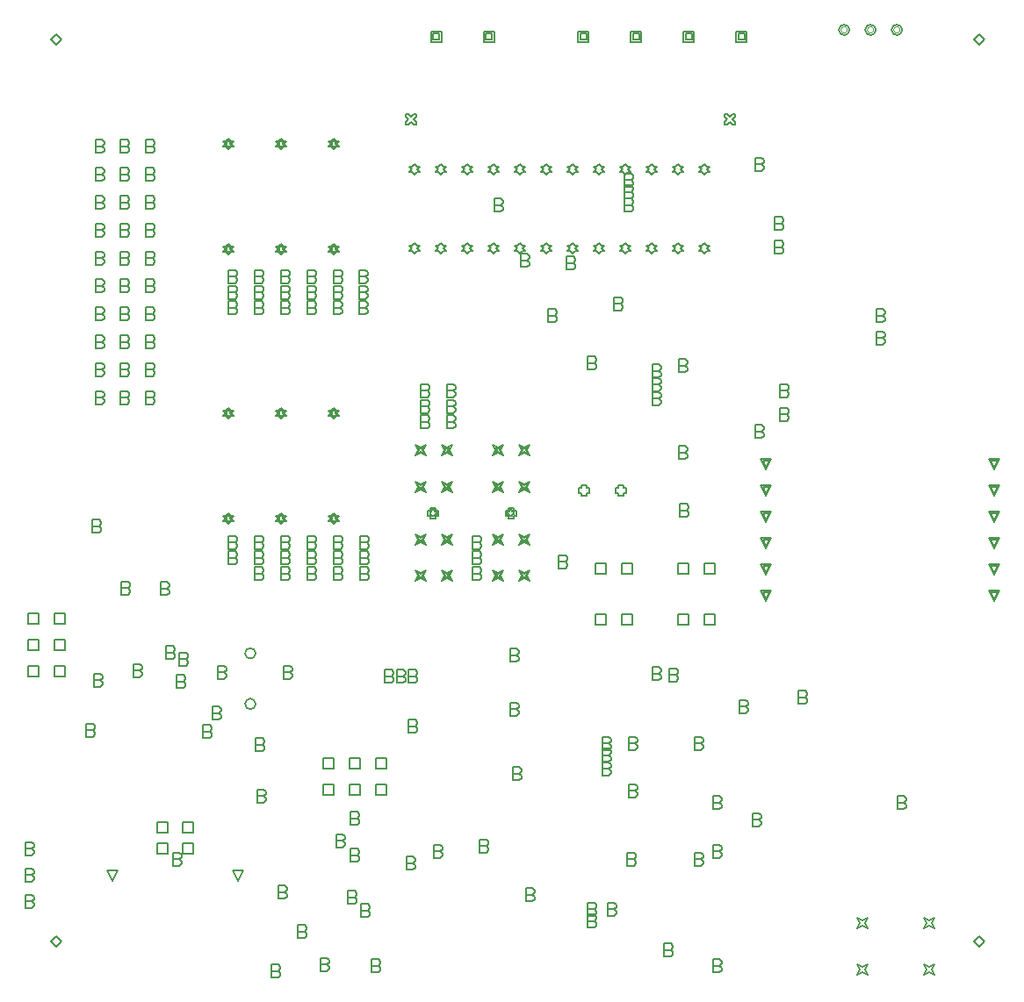
<source format=gbr>
%TF.GenerationSoftware,Altium Limited,Altium Designer,25.2.1 (25)*%
G04 Layer_Color=2752767*
%FSLAX43Y43*%
%MOMM*%
%TF.SameCoordinates,F5CB7E66-454E-439B-8716-0DC7987F3294*%
%TF.FilePolarity,Positive*%
%TF.FileFunction,Drawing*%
%TF.Part,Single*%
G01*
G75*
%TA.AperFunction,NonConductor*%
%ADD40C,0.102*%
%ADD75C,0.127*%
%ADD158C,0.169*%
D40*
X85871Y92456D02*
G03*
X85871Y92456I-305J0D01*
G01*
X83331D02*
G03*
X83331Y92456I-305J0D01*
G01*
X80791D02*
G03*
X80791Y92456I-305J0D01*
G01*
D75*
X56492Y39992D02*
Y41008D01*
X57508D01*
Y39992D01*
X56492D01*
X59032D02*
Y41008D01*
X60048D01*
Y39992D01*
X59032D01*
X67032Y39992D02*
Y41008D01*
X68048D01*
Y39992D01*
X67032D01*
X64492D02*
Y41008D01*
X65508D01*
Y39992D01*
X64492D01*
X56492Y35052D02*
Y36068D01*
X57508D01*
Y35052D01*
X56492D01*
X59032D02*
Y36068D01*
X60048D01*
Y35052D01*
X59032D01*
X64492D02*
Y36068D01*
X65508D01*
Y35052D01*
X64492D01*
X67032D02*
Y36068D01*
X68048D01*
Y35052D01*
X67032D01*
X41656Y51379D02*
X41910Y51887D01*
X41656Y52395D01*
X42164Y52141D01*
X42672Y52395D01*
X42418Y51887D01*
X42672Y51379D01*
X42164Y51633D01*
X41656Y51379D01*
X41859Y51582D02*
X42012Y51887D01*
X41859Y52192D01*
X42164Y52039D01*
X42469Y52192D01*
X42316Y51887D01*
X42469Y51582D01*
X42164Y51735D01*
X41859Y51582D01*
X39156Y51379D02*
X39410Y51887D01*
X39156Y52395D01*
X39664Y52141D01*
X40172Y52395D01*
X39918Y51887D01*
X40172Y51379D01*
X39664Y51633D01*
X39156Y51379D01*
X39359Y51582D02*
X39512Y51887D01*
X39359Y52192D01*
X39664Y52039D01*
X39969Y52192D01*
X39816Y51887D01*
X39969Y51582D01*
X39664Y51735D01*
X39359Y51582D01*
X41656Y47879D02*
X41910Y48387D01*
X41656Y48895D01*
X42164Y48641D01*
X42672Y48895D01*
X42418Y48387D01*
X42672Y47879D01*
X42164Y48133D01*
X41656Y47879D01*
X41859Y48082D02*
X42012Y48387D01*
X41859Y48692D01*
X42164Y48539D01*
X42469Y48692D01*
X42316Y48387D01*
X42469Y48082D01*
X42164Y48235D01*
X41859Y48082D01*
X39156Y47879D02*
X39410Y48387D01*
X39156Y48895D01*
X39664Y48641D01*
X40172Y48895D01*
X39918Y48387D01*
X40172Y47879D01*
X39664Y48133D01*
X39156Y47879D01*
X39359Y48082D02*
X39512Y48387D01*
X39359Y48692D01*
X39664Y48539D01*
X39969Y48692D01*
X39816Y48387D01*
X39969Y48082D01*
X39664Y48235D01*
X39359Y48082D01*
X41656Y42799D02*
X41910Y43307D01*
X41656Y43815D01*
X42164Y43561D01*
X42672Y43815D01*
X42418Y43307D01*
X42672Y42799D01*
X42164Y43053D01*
X41656Y42799D01*
X41859Y43002D02*
X42012Y43307D01*
X41859Y43612D01*
X42164Y43459D01*
X42469Y43612D01*
X42316Y43307D01*
X42469Y43002D01*
X42164Y43155D01*
X41859Y43002D01*
X39156Y42799D02*
X39410Y43307D01*
X39156Y43815D01*
X39664Y43561D01*
X40172Y43815D01*
X39918Y43307D01*
X40172Y42799D01*
X39664Y43053D01*
X39156Y42799D01*
X39359Y43002D02*
X39512Y43307D01*
X39359Y43612D01*
X39664Y43459D01*
X39969Y43612D01*
X39816Y43307D01*
X39969Y43002D01*
X39664Y43155D01*
X39359Y43002D01*
X41656Y39299D02*
X41910Y39807D01*
X41656Y40315D01*
X42164Y40061D01*
X42672Y40315D01*
X42418Y39807D01*
X42672Y39299D01*
X42164Y39553D01*
X41656Y39299D01*
X41859Y39502D02*
X42012Y39807D01*
X41859Y40112D01*
X42164Y39959D01*
X42469Y40112D01*
X42316Y39807D01*
X42469Y39502D01*
X42164Y39655D01*
X41859Y39502D01*
X39156Y39299D02*
X39410Y39807D01*
X39156Y40315D01*
X39664Y40061D01*
X40172Y40315D01*
X39918Y39807D01*
X40172Y39299D01*
X39664Y39553D01*
X39156Y39299D01*
X39359Y39502D02*
X39512Y39807D01*
X39359Y40112D01*
X39664Y39959D01*
X39969Y40112D01*
X39816Y39807D01*
X39969Y39502D01*
X39664Y39655D01*
X39359Y39502D01*
X40615Y45593D02*
Y45339D01*
X41123D01*
Y45593D01*
X41377D01*
Y46101D01*
X41123D01*
Y46355D01*
X40615D01*
Y46101D01*
X40361D01*
Y45593D01*
X40615D01*
X40717Y45695D02*
Y45542D01*
X41021D01*
Y45695D01*
X41174D01*
Y45999D01*
X41021D01*
Y46152D01*
X40717D01*
Y45999D01*
X40564D01*
Y45695D01*
X40717D01*
X48101Y45593D02*
Y45339D01*
X48609D01*
Y45593D01*
X48863D01*
Y46101D01*
X48609D01*
Y46355D01*
X48101D01*
Y46101D01*
X47847D01*
Y45593D01*
X48101D01*
X48203Y45695D02*
Y45542D01*
X48507D01*
Y45695D01*
X48660D01*
Y45999D01*
X48507D01*
Y46152D01*
X48203D01*
Y45999D01*
X48050D01*
Y45695D01*
X48203D01*
X46642Y39299D02*
X46896Y39807D01*
X46642Y40315D01*
X47150Y40061D01*
X47658Y40315D01*
X47404Y39807D01*
X47658Y39299D01*
X47150Y39553D01*
X46642Y39299D01*
X46845Y39502D02*
X46998Y39807D01*
X46845Y40112D01*
X47150Y39959D01*
X47455Y40112D01*
X47302Y39807D01*
X47455Y39502D01*
X47150Y39655D01*
X46845Y39502D01*
X49142Y39299D02*
X49396Y39807D01*
X49142Y40315D01*
X49650Y40061D01*
X50158Y40315D01*
X49904Y39807D01*
X50158Y39299D01*
X49650Y39553D01*
X49142Y39299D01*
X49345Y39502D02*
X49498Y39807D01*
X49345Y40112D01*
X49650Y39959D01*
X49955Y40112D01*
X49802Y39807D01*
X49955Y39502D01*
X49650Y39655D01*
X49345Y39502D01*
X46642Y42799D02*
X46896Y43307D01*
X46642Y43815D01*
X47150Y43561D01*
X47658Y43815D01*
X47404Y43307D01*
X47658Y42799D01*
X47150Y43053D01*
X46642Y42799D01*
X46845Y43002D02*
X46998Y43307D01*
X46845Y43612D01*
X47150Y43459D01*
X47455Y43612D01*
X47302Y43307D01*
X47455Y43002D01*
X47150Y43155D01*
X46845Y43002D01*
X49142Y42799D02*
X49396Y43307D01*
X49142Y43815D01*
X49650Y43561D01*
X50158Y43815D01*
X49904Y43307D01*
X50158Y42799D01*
X49650Y43053D01*
X49142Y42799D01*
X49345Y43002D02*
X49498Y43307D01*
X49345Y43612D01*
X49650Y43459D01*
X49955Y43612D01*
X49802Y43307D01*
X49955Y43002D01*
X49650Y43155D01*
X49345Y43002D01*
X46642Y47879D02*
X46896Y48387D01*
X46642Y48895D01*
X47150Y48641D01*
X47658Y48895D01*
X47404Y48387D01*
X47658Y47879D01*
X47150Y48133D01*
X46642Y47879D01*
X46845Y48082D02*
X46998Y48387D01*
X46845Y48692D01*
X47150Y48539D01*
X47455Y48692D01*
X47302Y48387D01*
X47455Y48082D01*
X47150Y48235D01*
X46845Y48082D01*
X49142Y47879D02*
X49396Y48387D01*
X49142Y48895D01*
X49650Y48641D01*
X50158Y48895D01*
X49904Y48387D01*
X50158Y47879D01*
X49650Y48133D01*
X49142Y47879D01*
X49345Y48082D02*
X49498Y48387D01*
X49345Y48692D01*
X49650Y48539D01*
X49955Y48692D01*
X49802Y48387D01*
X49955Y48082D01*
X49650Y48235D01*
X49345Y48082D01*
X46642Y51379D02*
X46896Y51887D01*
X46642Y52395D01*
X47150Y52141D01*
X47658Y52395D01*
X47404Y51887D01*
X47658Y51379D01*
X47150Y51633D01*
X46642Y51379D01*
X46845Y51582D02*
X46998Y51887D01*
X46845Y52192D01*
X47150Y52039D01*
X47455Y52192D01*
X47302Y51887D01*
X47455Y51582D01*
X47150Y51735D01*
X46845Y51582D01*
X49142Y51379D02*
X49396Y51887D01*
X49142Y52395D01*
X49650Y52141D01*
X50158Y52395D01*
X49904Y51887D01*
X50158Y51379D01*
X49650Y51633D01*
X49142Y51379D01*
X49345Y51582D02*
X49498Y51887D01*
X49345Y52192D01*
X49650Y52039D01*
X49955Y52192D01*
X49802Y51887D01*
X49955Y51582D01*
X49650Y51735D01*
X49345Y51582D01*
X14242Y14992D02*
Y16008D01*
X15258D01*
Y14992D01*
X14242D01*
X16742D02*
Y16008D01*
X17758D01*
Y14992D01*
X16742D01*
Y12992D02*
Y14008D01*
X17758D01*
Y12992D01*
X16742D01*
X14242D02*
Y14008D01*
X15258D01*
Y12992D01*
X14242D01*
X22020Y10292D02*
X21512Y11308D01*
X22528D01*
X22020Y10292D01*
X9980D02*
X9472Y11308D01*
X10488D01*
X9980Y10292D01*
X81713Y1234D02*
X81967Y1742D01*
X81713Y2250D01*
X82221Y1996D01*
X82729Y2250D01*
X82475Y1742D01*
X82729Y1234D01*
X82221Y1488D01*
X81713Y1234D01*
X88213D02*
X88467Y1742D01*
X88213Y2250D01*
X88721Y1996D01*
X89229Y2250D01*
X88975Y1742D01*
X89229Y1234D01*
X88721Y1488D01*
X88213Y1234D01*
X81713Y5734D02*
X81967Y6242D01*
X81713Y6750D01*
X82221Y6496D01*
X82729Y6750D01*
X82475Y6242D01*
X82729Y5734D01*
X82221Y5988D01*
X81713Y5734D01*
X88213D02*
X88467Y6242D01*
X88213Y6750D01*
X88721Y6496D01*
X89229Y6750D01*
X88975Y6242D01*
X89229Y5734D01*
X88721Y5988D01*
X88213Y5734D01*
X72947Y42418D02*
X72439Y43434D01*
X73455D01*
X72947Y42418D01*
Y42621D02*
X72642Y43231D01*
X73252D01*
X72947Y42621D01*
X94947Y50038D02*
X94439Y51054D01*
X95455D01*
X94947Y50038D01*
Y50241D02*
X94642Y50851D01*
X95252D01*
X94947Y50241D01*
Y47498D02*
X94439Y48514D01*
X95455D01*
X94947Y47498D01*
Y47701D02*
X94642Y48311D01*
X95252D01*
X94947Y47701D01*
Y44958D02*
X94439Y45974D01*
X95455D01*
X94947Y44958D01*
Y45161D02*
X94642Y45771D01*
X95252D01*
X94947Y45161D01*
Y42418D02*
X94439Y43434D01*
X95455D01*
X94947Y42418D01*
Y42621D02*
X94642Y43231D01*
X95252D01*
X94947Y42621D01*
Y39878D02*
X94439Y40894D01*
X95455D01*
X94947Y39878D01*
Y40081D02*
X94642Y40691D01*
X95252D01*
X94947Y40081D01*
Y37338D02*
X94439Y38354D01*
X95455D01*
X94947Y37338D01*
Y37541D02*
X94642Y38151D01*
X95252D01*
X94947Y37541D01*
X72947Y50038D02*
X72439Y51054D01*
X73455D01*
X72947Y50038D01*
Y50241D02*
X72642Y50851D01*
X73252D01*
X72947Y50241D01*
Y47498D02*
X72439Y48514D01*
X73455D01*
X72947Y47498D01*
Y47701D02*
X72642Y48311D01*
X73252D01*
X72947Y47701D01*
Y44958D02*
X72439Y45974D01*
X73455D01*
X72947Y44958D01*
Y45161D02*
X72642Y45771D01*
X73252D01*
X72947Y45161D01*
Y39878D02*
X72439Y40894D01*
X73455D01*
X72947Y39878D01*
Y40081D02*
X72642Y40691D01*
X73252D01*
X72947Y40081D01*
Y37338D02*
X72439Y38354D01*
X73455D01*
X72947Y37338D01*
Y37541D02*
X72642Y38151D01*
X73252D01*
X72947Y37541D01*
X31300Y70792D02*
X31554Y71046D01*
X31808D01*
X31554Y71300D01*
X31808Y71554D01*
X31554D01*
X31300Y71808D01*
X31046Y71554D01*
X30792D01*
X31046Y71300D01*
X30792Y71046D01*
X31046D01*
X31300Y70792D01*
Y70995D02*
X31452Y71148D01*
X31605D01*
X31452Y71300D01*
X31605Y71452D01*
X31452D01*
X31300Y71605D01*
X31148Y71452D01*
X30995D01*
X31148Y71300D01*
X30995Y71148D01*
X31148D01*
X31300Y70995D01*
X26220Y70792D02*
X26474Y71046D01*
X26728D01*
X26474Y71300D01*
X26728Y71554D01*
X26474D01*
X26220Y71808D01*
X25966Y71554D01*
X25712D01*
X25966Y71300D01*
X25712Y71046D01*
X25966D01*
X26220Y70792D01*
Y70995D02*
X26372Y71148D01*
X26525D01*
X26372Y71300D01*
X26525Y71452D01*
X26372D01*
X26220Y71605D01*
X26068Y71452D01*
X25915D01*
X26068Y71300D01*
X25915Y71148D01*
X26068D01*
X26220Y70995D01*
X21140Y70792D02*
X21394Y71046D01*
X21648D01*
X21394Y71300D01*
X21648Y71554D01*
X21394D01*
X21140Y71808D01*
X20886Y71554D01*
X20632D01*
X20886Y71300D01*
X20632Y71046D01*
X20886D01*
X21140Y70792D01*
Y70995D02*
X21292Y71148D01*
X21445D01*
X21292Y71300D01*
X21445Y71452D01*
X21292D01*
X21140Y71605D01*
X20988Y71452D01*
X20835D01*
X20988Y71300D01*
X20835Y71148D01*
X20988D01*
X21140Y70995D01*
X31300Y80952D02*
X31554Y81206D01*
X31808D01*
X31554Y81460D01*
X31808Y81714D01*
X31554D01*
X31300Y81968D01*
X31046Y81714D01*
X30792D01*
X31046Y81460D01*
X30792Y81206D01*
X31046D01*
X31300Y80952D01*
Y81155D02*
X31452Y81308D01*
X31605D01*
X31452Y81460D01*
X31605Y81612D01*
X31452D01*
X31300Y81765D01*
X31148Y81612D01*
X30995D01*
X31148Y81460D01*
X30995Y81308D01*
X31148D01*
X31300Y81155D01*
X26220Y80952D02*
X26474Y81206D01*
X26728D01*
X26474Y81460D01*
X26728Y81714D01*
X26474D01*
X26220Y81968D01*
X25966Y81714D01*
X25712D01*
X25966Y81460D01*
X25712Y81206D01*
X25966D01*
X26220Y80952D01*
Y81155D02*
X26372Y81308D01*
X26525D01*
X26372Y81460D01*
X26525Y81612D01*
X26372D01*
X26220Y81765D01*
X26068Y81612D01*
X25915D01*
X26068Y81460D01*
X25915Y81308D01*
X26068D01*
X26220Y81155D01*
X21140Y80952D02*
X21394Y81206D01*
X21648D01*
X21394Y81460D01*
X21648Y81714D01*
X21394D01*
X21140Y81968D01*
X20886Y81714D01*
X20632D01*
X20886Y81460D01*
X20632Y81206D01*
X20886D01*
X21140Y80952D01*
Y81155D02*
X21292Y81308D01*
X21445D01*
X21292Y81460D01*
X21445Y81612D01*
X21292D01*
X21140Y81765D01*
X20988Y81612D01*
X20835D01*
X20988Y81460D01*
X20835Y81308D01*
X20988D01*
X21140Y81155D01*
X67000Y70866D02*
X67254Y71120D01*
X67508D01*
X67254Y71374D01*
X67508Y71628D01*
X67254D01*
X67000Y71882D01*
X66746Y71628D01*
X66492D01*
X66746Y71374D01*
X66492Y71120D01*
X66746D01*
X67000Y70866D01*
X64460D02*
X64714Y71120D01*
X64968D01*
X64714Y71374D01*
X64968Y71628D01*
X64714D01*
X64460Y71882D01*
X64206Y71628D01*
X63952D01*
X64206Y71374D01*
X63952Y71120D01*
X64206D01*
X64460Y70866D01*
X61920D02*
X62174Y71120D01*
X62428D01*
X62174Y71374D01*
X62428Y71628D01*
X62174D01*
X61920Y71882D01*
X61666Y71628D01*
X61412D01*
X61666Y71374D01*
X61412Y71120D01*
X61666D01*
X61920Y70866D01*
X59380D02*
X59634Y71120D01*
X59888D01*
X59634Y71374D01*
X59888Y71628D01*
X59634D01*
X59380Y71882D01*
X59126Y71628D01*
X58872D01*
X59126Y71374D01*
X58872Y71120D01*
X59126D01*
X59380Y70866D01*
X56840D02*
X57094Y71120D01*
X57348D01*
X57094Y71374D01*
X57348Y71628D01*
X57094D01*
X56840Y71882D01*
X56586Y71628D01*
X56332D01*
X56586Y71374D01*
X56332Y71120D01*
X56586D01*
X56840Y70866D01*
X54300D02*
X54554Y71120D01*
X54808D01*
X54554Y71374D01*
X54808Y71628D01*
X54554D01*
X54300Y71882D01*
X54046Y71628D01*
X53792D01*
X54046Y71374D01*
X53792Y71120D01*
X54046D01*
X54300Y70866D01*
X51760D02*
X52014Y71120D01*
X52268D01*
X52014Y71374D01*
X52268Y71628D01*
X52014D01*
X51760Y71882D01*
X51506Y71628D01*
X51252D01*
X51506Y71374D01*
X51252Y71120D01*
X51506D01*
X51760Y70866D01*
X49220D02*
X49474Y71120D01*
X49728D01*
X49474Y71374D01*
X49728Y71628D01*
X49474D01*
X49220Y71882D01*
X48966Y71628D01*
X48712D01*
X48966Y71374D01*
X48712Y71120D01*
X48966D01*
X49220Y70866D01*
X39060D02*
X39314Y71120D01*
X39568D01*
X39314Y71374D01*
X39568Y71628D01*
X39314D01*
X39060Y71882D01*
X38806Y71628D01*
X38552D01*
X38806Y71374D01*
X38552Y71120D01*
X38806D01*
X39060Y70866D01*
X41600D02*
X41854Y71120D01*
X42108D01*
X41854Y71374D01*
X42108Y71628D01*
X41854D01*
X41600Y71882D01*
X41346Y71628D01*
X41092D01*
X41346Y71374D01*
X41092Y71120D01*
X41346D01*
X41600Y70866D01*
X44140D02*
X44394Y71120D01*
X44648D01*
X44394Y71374D01*
X44648Y71628D01*
X44394D01*
X44140Y71882D01*
X43886Y71628D01*
X43632D01*
X43886Y71374D01*
X43632Y71120D01*
X43886D01*
X44140Y70866D01*
X46680D02*
X46934Y71120D01*
X47188D01*
X46934Y71374D01*
X47188Y71628D01*
X46934D01*
X46680Y71882D01*
X46426Y71628D01*
X46172D01*
X46426Y71374D01*
X46172Y71120D01*
X46426D01*
X46680Y70866D01*
X67000Y78486D02*
X67254Y78740D01*
X67508D01*
X67254Y78994D01*
X67508Y79248D01*
X67254D01*
X67000Y79502D01*
X66746Y79248D01*
X66492D01*
X66746Y78994D01*
X66492Y78740D01*
X66746D01*
X67000Y78486D01*
X64460D02*
X64714Y78740D01*
X64968D01*
X64714Y78994D01*
X64968Y79248D01*
X64714D01*
X64460Y79502D01*
X64206Y79248D01*
X63952D01*
X64206Y78994D01*
X63952Y78740D01*
X64206D01*
X64460Y78486D01*
X61920D02*
X62174Y78740D01*
X62428D01*
X62174Y78994D01*
X62428Y79248D01*
X62174D01*
X61920Y79502D01*
X61666Y79248D01*
X61412D01*
X61666Y78994D01*
X61412Y78740D01*
X61666D01*
X61920Y78486D01*
X59380D02*
X59634Y78740D01*
X59888D01*
X59634Y78994D01*
X59888Y79248D01*
X59634D01*
X59380Y79502D01*
X59126Y79248D01*
X58872D01*
X59126Y78994D01*
X58872Y78740D01*
X59126D01*
X59380Y78486D01*
X56840D02*
X57094Y78740D01*
X57348D01*
X57094Y78994D01*
X57348Y79248D01*
X57094D01*
X56840Y79502D01*
X56586Y79248D01*
X56332D01*
X56586Y78994D01*
X56332Y78740D01*
X56586D01*
X56840Y78486D01*
X54300D02*
X54554Y78740D01*
X54808D01*
X54554Y78994D01*
X54808Y79248D01*
X54554D01*
X54300Y79502D01*
X54046Y79248D01*
X53792D01*
X54046Y78994D01*
X53792Y78740D01*
X54046D01*
X54300Y78486D01*
X51760D02*
X52014Y78740D01*
X52268D01*
X52014Y78994D01*
X52268Y79248D01*
X52014D01*
X51760Y79502D01*
X51506Y79248D01*
X51252D01*
X51506Y78994D01*
X51252Y78740D01*
X51506D01*
X51760Y78486D01*
X49220D02*
X49474Y78740D01*
X49728D01*
X49474Y78994D01*
X49728Y79248D01*
X49474D01*
X49220Y79502D01*
X48966Y79248D01*
X48712D01*
X48966Y78994D01*
X48712Y78740D01*
X48966D01*
X49220Y78486D01*
X39060D02*
X39314Y78740D01*
X39568D01*
X39314Y78994D01*
X39568Y79248D01*
X39314D01*
X39060Y79502D01*
X38806Y79248D01*
X38552D01*
X38806Y78994D01*
X38552Y78740D01*
X38806D01*
X39060Y78486D01*
X41600D02*
X41854Y78740D01*
X42108D01*
X41854Y78994D01*
X42108Y79248D01*
X41854D01*
X41600Y79502D01*
X41346Y79248D01*
X41092D01*
X41346Y78994D01*
X41092Y78740D01*
X41346D01*
X41600Y78486D01*
X44140D02*
X44394Y78740D01*
X44648D01*
X44394Y78994D01*
X44648Y79248D01*
X44394D01*
X44140Y79502D01*
X43886Y79248D01*
X43632D01*
X43886Y78994D01*
X43632Y78740D01*
X43886D01*
X44140Y78486D01*
X46680D02*
X46934Y78740D01*
X47188D01*
X46934Y78994D01*
X47188Y79248D01*
X46934D01*
X46680Y79502D01*
X46426Y79248D01*
X46172D01*
X46426Y78994D01*
X46172Y78740D01*
X46426D01*
X46680Y78486D01*
X31300Y44792D02*
X31554Y45046D01*
X31808D01*
X31554Y45300D01*
X31808Y45554D01*
X31554D01*
X31300Y45808D01*
X31046Y45554D01*
X30792D01*
X31046Y45300D01*
X30792Y45046D01*
X31046D01*
X31300Y44792D01*
Y44995D02*
X31452Y45148D01*
X31605D01*
X31452Y45300D01*
X31605Y45452D01*
X31452D01*
X31300Y45605D01*
X31148Y45452D01*
X30995D01*
X31148Y45300D01*
X30995Y45148D01*
X31148D01*
X31300Y44995D01*
X26220Y44792D02*
X26474Y45046D01*
X26728D01*
X26474Y45300D01*
X26728Y45554D01*
X26474D01*
X26220Y45808D01*
X25966Y45554D01*
X25712D01*
X25966Y45300D01*
X25712Y45046D01*
X25966D01*
X26220Y44792D01*
Y44995D02*
X26372Y45148D01*
X26525D01*
X26372Y45300D01*
X26525Y45452D01*
X26372D01*
X26220Y45605D01*
X26068Y45452D01*
X25915D01*
X26068Y45300D01*
X25915Y45148D01*
X26068D01*
X26220Y44995D01*
X21140Y44792D02*
X21394Y45046D01*
X21648D01*
X21394Y45300D01*
X21648Y45554D01*
X21394D01*
X21140Y45808D01*
X20886Y45554D01*
X20632D01*
X20886Y45300D01*
X20632Y45046D01*
X20886D01*
X21140Y44792D01*
Y44995D02*
X21292Y45148D01*
X21445D01*
X21292Y45300D01*
X21445Y45452D01*
X21292D01*
X21140Y45605D01*
X20988Y45452D01*
X20835D01*
X20988Y45300D01*
X20835Y45148D01*
X20988D01*
X21140Y44995D01*
X31300Y54952D02*
X31554Y55206D01*
X31808D01*
X31554Y55460D01*
X31808Y55714D01*
X31554D01*
X31300Y55968D01*
X31046Y55714D01*
X30792D01*
X31046Y55460D01*
X30792Y55206D01*
X31046D01*
X31300Y54952D01*
Y55155D02*
X31452Y55308D01*
X31605D01*
X31452Y55460D01*
X31605Y55612D01*
X31452D01*
X31300Y55765D01*
X31148Y55612D01*
X30995D01*
X31148Y55460D01*
X30995Y55308D01*
X31148D01*
X31300Y55155D01*
X26220Y54952D02*
X26474Y55206D01*
X26728D01*
X26474Y55460D01*
X26728Y55714D01*
X26474D01*
X26220Y55968D01*
X25966Y55714D01*
X25712D01*
X25966Y55460D01*
X25712Y55206D01*
X25966D01*
X26220Y54952D01*
Y55155D02*
X26372Y55308D01*
X26525D01*
X26372Y55460D01*
X26525Y55612D01*
X26372D01*
X26220Y55765D01*
X26068Y55612D01*
X25915D01*
X26068Y55460D01*
X25915Y55308D01*
X26068D01*
X26220Y55155D01*
X21140Y54952D02*
X21394Y55206D01*
X21648D01*
X21394Y55460D01*
X21648Y55714D01*
X21394D01*
X21140Y55968D01*
X20886Y55714D01*
X20632D01*
X20886Y55460D01*
X20632Y55206D01*
X20886D01*
X21140Y54952D01*
Y55155D02*
X21292Y55308D01*
X21445D01*
X21292Y55460D01*
X21445Y55612D01*
X21292D01*
X21140Y55765D01*
X20988Y55612D01*
X20835D01*
X20988Y55460D01*
X20835Y55308D01*
X20988D01*
X21140Y55155D01*
X40640Y91313D02*
Y92329D01*
X41656D01*
Y91313D01*
X40640D01*
X40843Y91516D02*
Y92126D01*
X41453D01*
Y91516D01*
X40843D01*
X45720Y91313D02*
Y92329D01*
X46736D01*
Y91313D01*
X45720D01*
X45923Y91516D02*
Y92126D01*
X46533D01*
Y91516D01*
X45923D01*
X38255Y83312D02*
X38509D01*
X38763Y83566D01*
X39017Y83312D01*
X39271D01*
Y83566D01*
X39017Y83820D01*
X39271Y84074D01*
Y84328D01*
X39017D01*
X38763Y84074D01*
X38509Y84328D01*
X38255D01*
Y84074D01*
X38509Y83820D01*
X38255Y83566D01*
Y83312D01*
X68955D02*
X69209D01*
X69463Y83566D01*
X69717Y83312D01*
X69971D01*
Y83566D01*
X69717Y83820D01*
X69971Y84074D01*
Y84328D01*
X69717D01*
X69463Y84074D01*
X69209Y84328D01*
X68955D01*
Y84074D01*
X69209Y83820D01*
X68955Y83566D01*
Y83312D01*
X1778Y35179D02*
Y36195D01*
X2794D01*
Y35179D01*
X1778D01*
X4318D02*
Y36195D01*
X5334D01*
Y35179D01*
X4318D01*
X1778Y32639D02*
Y33655D01*
X2794D01*
Y32639D01*
X1778D01*
X4318D02*
Y33655D01*
X5334D01*
Y32639D01*
X4318D01*
X1778Y30099D02*
Y31115D01*
X2794D01*
Y30099D01*
X1778D01*
X4318D02*
Y31115D01*
X5334D01*
Y30099D01*
X4318D01*
X35306Y21209D02*
Y22225D01*
X36322D01*
Y21209D01*
X35306D01*
Y18669D02*
Y19685D01*
X36322D01*
Y18669D01*
X35306D01*
X32766Y21209D02*
Y22225D01*
X33782D01*
Y21209D01*
X32766D01*
Y18669D02*
Y19685D01*
X33782D01*
Y18669D01*
X32766D01*
X30226Y21209D02*
Y22225D01*
X31242D01*
Y21209D01*
X30226D01*
Y18669D02*
Y19685D01*
X31242D01*
Y18669D01*
X30226D01*
X70072Y91313D02*
Y92329D01*
X71088D01*
Y91313D01*
X70072D01*
X70275Y91516D02*
Y92126D01*
X70885D01*
Y91516D01*
X70275D01*
X64992Y91313D02*
Y92329D01*
X66008D01*
Y91313D01*
X64992D01*
X65195Y91516D02*
Y92126D01*
X65805D01*
Y91516D01*
X65195D01*
X59912Y91313D02*
Y92329D01*
X60928D01*
Y91313D01*
X59912D01*
X60115Y91516D02*
Y92126D01*
X60725D01*
Y91516D01*
X60115D01*
X54832Y91313D02*
Y92329D01*
X55848D01*
Y91313D01*
X54832D01*
X55035Y91516D02*
Y92126D01*
X55645D01*
Y91516D01*
X55035D01*
X58696Y47764D02*
Y47510D01*
X59204D01*
Y47764D01*
X59458D01*
Y48272D01*
X59204D01*
Y48526D01*
X58696D01*
Y48272D01*
X58442D01*
Y47764D01*
X58696D01*
X55196D02*
Y47510D01*
X55704D01*
Y47764D01*
X55958D01*
Y48272D01*
X55704D01*
Y48526D01*
X55196D01*
Y48272D01*
X54942D01*
Y47764D01*
X55196D01*
X92992Y4500D02*
X93500Y5008D01*
X94008Y4500D01*
X93500Y3992D01*
X92992Y4500D01*
Y91500D02*
X93500Y92008D01*
X94008Y91500D01*
X93500Y90992D01*
X92992Y91500D01*
X3992D02*
X4500Y92008D01*
X5008Y91500D01*
X4500Y90992D01*
X3992Y91500D01*
Y4500D02*
X4500Y5008D01*
X5008Y4500D01*
X4500Y3992D01*
X3992Y4500D01*
X15748Y13081D02*
Y11811D01*
X16383D01*
X16594Y12023D01*
Y12234D01*
X16383Y12446D01*
X15748D01*
X16383D01*
X16594Y12657D01*
Y12869D01*
X16383Y13081D01*
X15748D01*
X64516Y52320D02*
Y51050D01*
X65151D01*
X65362Y51262D01*
Y51473D01*
X65151Y51685D01*
X64516D01*
X65151D01*
X65362Y51896D01*
Y52108D01*
X65151Y52320D01*
X64516D01*
X48260Y32766D02*
Y31496D01*
X48895D01*
X49106Y31708D01*
Y31919D01*
X48895Y32131D01*
X48260D01*
X48895D01*
X49106Y32342D01*
Y32554D01*
X48895Y32766D01*
X48260D01*
X58293Y66675D02*
Y65405D01*
X58928D01*
X59139Y65617D01*
Y65828D01*
X58928Y66040D01*
X58293D01*
X58928D01*
X59139Y66251D01*
Y66463D01*
X58928Y66675D01*
X58293D01*
X49276Y70866D02*
Y69596D01*
X49911D01*
X50122Y69808D01*
Y70019D01*
X49911Y70231D01*
X49276D01*
X49911D01*
X50122Y70442D01*
Y70654D01*
X49911Y70866D01*
X49276D01*
X85598Y18542D02*
Y17272D01*
X86233D01*
X86444Y17484D01*
Y17695D01*
X86233Y17907D01*
X85598D01*
X86233D01*
X86444Y18118D01*
Y18330D01*
X86233Y18542D01*
X85598D01*
X66040Y13081D02*
Y11811D01*
X66675D01*
X66886Y12023D01*
Y12234D01*
X66675Y12446D01*
X66040D01*
X66675D01*
X66886Y12657D01*
Y12869D01*
X66675Y13081D01*
X66040D01*
X59690Y24257D02*
Y22987D01*
X60325D01*
X60536Y23199D01*
Y23410D01*
X60325Y23622D01*
X59690D01*
X60325D01*
X60536Y23833D01*
Y24045D01*
X60325Y24257D01*
X59690D01*
X37338Y30734D02*
Y29464D01*
X37973D01*
X38184Y29676D01*
Y29887D01*
X37973Y30099D01*
X37338D01*
X37973D01*
X38184Y30310D01*
Y30522D01*
X37973Y30734D01*
X37338D01*
X38481Y25872D02*
Y24602D01*
X39116D01*
X39327Y24814D01*
Y25025D01*
X39116Y25237D01*
X38481D01*
X39116D01*
X39327Y25449D01*
Y25660D01*
X39116Y25872D01*
X38481D01*
X51943Y65532D02*
Y64262D01*
X52578D01*
X52789Y64474D01*
Y64685D01*
X52578Y64897D01*
X51943D01*
X52578D01*
X52789Y65108D01*
Y65320D01*
X52578Y65532D01*
X51943D01*
X52959Y41770D02*
Y40500D01*
X53594D01*
X53805Y40712D01*
Y40923D01*
X53594Y41135D01*
X52959D01*
X53594D01*
X53805Y41346D01*
Y41558D01*
X53594Y41770D01*
X52959D01*
X55753Y60960D02*
Y59690D01*
X56388D01*
X56599Y59902D01*
Y60113D01*
X56388Y60325D01*
X55753D01*
X56388D01*
X56599Y60536D01*
Y60748D01*
X56388Y60960D01*
X55753D01*
X61976Y60198D02*
Y58928D01*
X62611D01*
X62822Y59140D01*
Y59351D01*
X62611Y59563D01*
X61976D01*
X62611D01*
X62822Y59774D01*
Y59986D01*
X62611Y60198D01*
X61976D01*
X44700Y43640D02*
Y42370D01*
X45335D01*
X45546Y42582D01*
Y42793D01*
X45335Y43005D01*
X44700D01*
X45335D01*
X45546Y43216D01*
Y43428D01*
X45335Y43640D01*
X44700D01*
Y40640D02*
Y39370D01*
X45335D01*
X45546Y39582D01*
Y39793D01*
X45335Y40005D01*
X44700D01*
X45335D01*
X45546Y40216D01*
Y40428D01*
X45335Y40640D01*
X44700D01*
Y42140D02*
Y40870D01*
X45335D01*
X45546Y41082D01*
Y41293D01*
X45335Y41505D01*
X44700D01*
X45335D01*
X45546Y41716D01*
Y41928D01*
X45335Y42140D01*
X44700D01*
X48260Y27559D02*
Y26289D01*
X48895D01*
X49106Y26501D01*
Y26712D01*
X48895Y26924D01*
X48260D01*
X48895D01*
X49106Y27135D01*
Y27347D01*
X48895Y27559D01*
X48260D01*
X29972Y2921D02*
Y1651D01*
X30607D01*
X30818Y1863D01*
Y2074D01*
X30607Y2286D01*
X29972D01*
X30607D01*
X30818Y2497D01*
Y2709D01*
X30607Y2921D01*
X29972D01*
X18669Y25400D02*
Y24130D01*
X19304D01*
X19515Y24342D01*
Y24553D01*
X19304Y24765D01*
X18669D01*
X19304D01*
X19515Y24976D01*
Y25188D01*
X19304Y25400D01*
X18669D01*
X67818Y2794D02*
Y1524D01*
X68453D01*
X68664Y1736D01*
Y1947D01*
X68453Y2159D01*
X67818D01*
X68453D01*
X68664Y2370D01*
Y2582D01*
X68453Y2794D01*
X67818D01*
X40894Y13843D02*
Y12573D01*
X41529D01*
X41740Y12785D01*
Y12996D01*
X41529Y13208D01*
X40894D01*
X41529D01*
X41740Y13419D01*
Y13631D01*
X41529Y13843D01*
X40894D01*
X49784Y9652D02*
Y8382D01*
X50419D01*
X50630Y8594D01*
Y8805D01*
X50419Y9017D01*
X49784D01*
X50419D01*
X50630Y9228D01*
Y9440D01*
X50419Y9652D01*
X49784D01*
X61976Y30988D02*
Y29718D01*
X62611D01*
X62822Y29930D01*
Y30141D01*
X62611Y30353D01*
X61976D01*
X62611D01*
X62822Y30564D01*
Y30776D01*
X62611Y30988D01*
X61976D01*
Y57531D02*
Y56261D01*
X62611D01*
X62822Y56473D01*
Y56684D01*
X62611Y56896D01*
X61976D01*
X62611D01*
X62822Y57107D01*
Y57319D01*
X62611Y57531D01*
X61976D01*
Y58864D02*
Y57595D01*
X62611D01*
X62822Y57806D01*
Y58018D01*
X62611Y58229D01*
X61976D01*
X62611D01*
X62822Y58441D01*
Y58652D01*
X62611Y58864D01*
X61976D01*
X57150Y21770D02*
Y20500D01*
X57785D01*
X57996Y20712D01*
Y20923D01*
X57785Y21135D01*
X57150D01*
X57785D01*
X57996Y21346D01*
Y21558D01*
X57785Y21770D01*
X57150D01*
X70358Y27813D02*
Y26543D01*
X70993D01*
X71204Y26755D01*
Y26966D01*
X70993Y27178D01*
X70358D01*
X70993D01*
X71204Y27389D01*
Y27601D01*
X70993Y27813D01*
X70358D01*
X38481Y30734D02*
Y29464D01*
X39116D01*
X39327Y29676D01*
Y29887D01*
X39116Y30099D01*
X38481D01*
X39116D01*
X39327Y30310D01*
Y30522D01*
X39116Y30734D01*
X38481D01*
X36195D02*
Y29464D01*
X36830D01*
X37041Y29676D01*
Y29887D01*
X36830Y30099D01*
X36195D01*
X36830D01*
X37041Y30310D01*
Y30522D01*
X36830Y30734D01*
X36195D01*
X73787Y72136D02*
Y70866D01*
X74422D01*
X74633Y71078D01*
Y71289D01*
X74422Y71501D01*
X73787D01*
X74422D01*
X74633Y71712D01*
Y71924D01*
X74422Y72136D01*
X73787D01*
X32893Y17018D02*
Y15748D01*
X33528D01*
X33739Y15960D01*
Y16171D01*
X33528Y16383D01*
X32893D01*
X33528D01*
X33739Y16594D01*
Y16806D01*
X33528Y17018D01*
X32893D01*
X71882Y80137D02*
Y78867D01*
X72517D01*
X72728Y79079D01*
Y79290D01*
X72517Y79502D01*
X71882D01*
X72517D01*
X72728Y79713D01*
Y79925D01*
X72517Y80137D01*
X71882D01*
X73787Y74422D02*
Y73152D01*
X74422D01*
X74633Y73364D01*
Y73575D01*
X74422Y73787D01*
X73787D01*
X74422D01*
X74633Y73998D01*
Y74210D01*
X74422Y74422D01*
X73787D01*
X71882Y54356D02*
Y53086D01*
X72517D01*
X72728Y53298D01*
Y53509D01*
X72517Y53721D01*
X71882D01*
X72517D01*
X72728Y53932D01*
Y54144D01*
X72517Y54356D01*
X71882D01*
X74295Y56007D02*
Y54737D01*
X74930D01*
X75141Y54949D01*
Y55160D01*
X74930Y55372D01*
X74295D01*
X74930D01*
X75141Y55583D01*
Y55795D01*
X74930Y56007D01*
X74295D01*
Y58293D02*
Y57023D01*
X74930D01*
X75141Y57235D01*
Y57446D01*
X74930Y57658D01*
X74295D01*
X74930D01*
X75141Y57869D01*
Y58081D01*
X74930Y58293D01*
X74295D01*
X64516Y60706D02*
Y59436D01*
X65151D01*
X65362Y59648D01*
Y59859D01*
X65151Y60071D01*
X64516D01*
X65151D01*
X65362Y60282D01*
Y60494D01*
X65151Y60706D01*
X64516D01*
X76073Y28702D02*
Y27432D01*
X76708D01*
X76919Y27644D01*
Y27855D01*
X76708Y28067D01*
X76073D01*
X76708D01*
X76919Y28278D01*
Y28490D01*
X76708Y28702D01*
X76073D01*
X71628Y16891D02*
Y15621D01*
X72263D01*
X72474Y15833D01*
Y16044D01*
X72263Y16256D01*
X71628D01*
X72263D01*
X72474Y16467D01*
Y16679D01*
X72263Y16891D01*
X71628D01*
X67818Y13843D02*
Y12573D01*
X68453D01*
X68664Y12785D01*
Y12996D01*
X68453Y13208D01*
X67818D01*
X68453D01*
X68664Y13419D01*
Y13631D01*
X68453Y13843D01*
X67818D01*
X83566Y63373D02*
Y62103D01*
X84201D01*
X84412Y62315D01*
Y62526D01*
X84201Y62738D01*
X83566D01*
X84201D01*
X84412Y62949D01*
Y63161D01*
X84201Y63373D01*
X83566D01*
X25273Y2286D02*
Y1016D01*
X25908D01*
X26119Y1228D01*
Y1439D01*
X25908Y1651D01*
X25273D01*
X25908D01*
X26119Y1862D01*
Y2074D01*
X25908Y2286D01*
X25273D01*
X55753Y8255D02*
Y6985D01*
X56388D01*
X56599Y7197D01*
Y7408D01*
X56388Y7620D01*
X55753D01*
X56388D01*
X56599Y7831D01*
Y8043D01*
X56388Y8255D01*
X55753D01*
X27813Y6096D02*
Y4826D01*
X28448D01*
X28659Y5038D01*
Y5249D01*
X28448Y5461D01*
X27813D01*
X28448D01*
X28659Y5672D01*
Y5884D01*
X28448Y6096D01*
X27813D01*
X31496Y14859D02*
Y13589D01*
X32131D01*
X32342Y13801D01*
Y14012D01*
X32131Y14224D01*
X31496D01*
X32131D01*
X32342Y14435D01*
Y14647D01*
X32131Y14859D01*
X31496D01*
X32893Y13462D02*
Y12192D01*
X33528D01*
X33739Y12404D01*
Y12615D01*
X33528Y12827D01*
X32893D01*
X33528D01*
X33739Y13038D01*
Y13250D01*
X33528Y13462D01*
X32893D01*
X38275Y12700D02*
Y11430D01*
X38910D01*
X39121Y11642D01*
Y11853D01*
X38910Y12065D01*
X38275D01*
X38910D01*
X39121Y12276D01*
Y12488D01*
X38910Y12700D01*
X38275D01*
X32639Y9398D02*
Y8128D01*
X33274D01*
X33485Y8340D01*
Y8551D01*
X33274Y8763D01*
X32639D01*
X33274D01*
X33485Y8974D01*
Y9186D01*
X33274Y9398D01*
X32639D01*
X7433Y25527D02*
Y24257D01*
X8068D01*
X8279Y24469D01*
Y24680D01*
X8068Y24892D01*
X7433D01*
X8068D01*
X8279Y25103D01*
Y25315D01*
X8068Y25527D01*
X7433D01*
X23876Y19177D02*
Y17907D01*
X24511D01*
X24722Y18119D01*
Y18330D01*
X24511Y18542D01*
X23876D01*
X24511D01*
X24722Y18753D01*
Y18965D01*
X24511Y19177D01*
X23876D01*
X8001Y45212D02*
Y43942D01*
X8636D01*
X8847Y44154D01*
Y44365D01*
X8636Y44577D01*
X8001D01*
X8636D01*
X8847Y44788D01*
Y45000D01*
X8636Y45212D01*
X8001D01*
X11938Y31255D02*
Y29985D01*
X12573D01*
X12784Y30197D01*
Y30408D01*
X12573Y30620D01*
X11938D01*
X12573D01*
X12784Y30831D01*
Y31043D01*
X12573Y31255D01*
X11938D01*
X8128Y30353D02*
Y29083D01*
X8763D01*
X8974Y29295D01*
Y29506D01*
X8763Y29718D01*
X8128D01*
X8763D01*
X8974Y29929D01*
Y30141D01*
X8763Y30353D01*
X8128D01*
X53721Y70612D02*
Y69342D01*
X54356D01*
X54567Y69554D01*
Y69765D01*
X54356Y69977D01*
X53721D01*
X54356D01*
X54567Y70188D01*
Y70400D01*
X54356Y70612D01*
X53721D01*
X83566Y65532D02*
Y64262D01*
X84201D01*
X84412Y64474D01*
Y64685D01*
X84201Y64897D01*
X83566D01*
X84201D01*
X84412Y65108D01*
Y65320D01*
X84201Y65532D01*
X83566D01*
X59309Y78613D02*
Y77343D01*
X59944D01*
X60155Y77555D01*
Y77766D01*
X59944Y77978D01*
X59309D01*
X59944D01*
X60155Y78189D01*
Y78401D01*
X59944Y78613D01*
X59309D01*
Y77470D02*
Y76200D01*
X59944D01*
X60155Y76412D01*
Y76623D01*
X59944Y76835D01*
X59309D01*
X59944D01*
X60155Y77046D01*
Y77258D01*
X59944Y77470D01*
X59309D01*
X14600Y39179D02*
Y37910D01*
X15235D01*
X15446Y38121D01*
Y38333D01*
X15235Y38544D01*
X14600D01*
X15235D01*
X15446Y38756D01*
Y38967D01*
X15235Y39179D01*
X14600D01*
X10800Y39243D02*
Y37973D01*
X11435D01*
X11646Y38185D01*
Y38396D01*
X11435Y38608D01*
X10800D01*
X11435D01*
X11646Y38819D01*
Y39031D01*
X11435Y39243D01*
X10800D01*
X57150Y23114D02*
Y21844D01*
X57785D01*
X57996Y22056D01*
Y22267D01*
X57785Y22479D01*
X57150D01*
X57785D01*
X57996Y22690D01*
Y22902D01*
X57785Y23114D01*
X57150D01*
Y24257D02*
Y22987D01*
X57785D01*
X57996Y23199D01*
Y23410D01*
X57785Y23622D01*
X57150D01*
X57785D01*
X57996Y23833D01*
Y24045D01*
X57785Y24257D01*
X57150D01*
X59690Y19685D02*
Y18415D01*
X60325D01*
X60536Y18627D01*
Y18838D01*
X60325Y19050D01*
X59690D01*
X60325D01*
X60536Y19261D01*
Y19473D01*
X60325Y19685D01*
X59690D01*
X16129Y30226D02*
Y28956D01*
X16764D01*
X16975Y29168D01*
Y29379D01*
X16764Y29591D01*
X16129D01*
X16764D01*
X16975Y29802D01*
Y30014D01*
X16764Y30226D01*
X16129D01*
X19558Y27178D02*
Y25908D01*
X20193D01*
X20404Y26120D01*
Y26331D01*
X20193Y26543D01*
X19558D01*
X20193D01*
X20404Y26754D01*
Y26966D01*
X20193Y27178D01*
X19558D01*
X15113Y33020D02*
Y31750D01*
X15748D01*
X15959Y31962D01*
Y32173D01*
X15748Y32385D01*
X15113D01*
X15748D01*
X15959Y32596D01*
Y32808D01*
X15748Y33020D01*
X15113D01*
X16383Y32385D02*
Y31115D01*
X17018D01*
X17229Y31327D01*
Y31538D01*
X17018Y31750D01*
X16383D01*
X17018D01*
X17229Y31961D01*
Y32173D01*
X17018Y32385D01*
X16383D01*
X1524Y14097D02*
Y12827D01*
X2159D01*
X2370Y13039D01*
Y13250D01*
X2159Y13462D01*
X1524D01*
X2159D01*
X2370Y13673D01*
Y13885D01*
X2159Y14097D01*
X1524D01*
Y11557D02*
Y10287D01*
X2159D01*
X2370Y10499D01*
Y10710D01*
X2159Y10922D01*
X1524D01*
X2159D01*
X2370Y11133D01*
Y11345D01*
X2159Y11557D01*
X1524D01*
Y9017D02*
Y7747D01*
X2159D01*
X2370Y7959D01*
Y8170D01*
X2159Y8382D01*
X1524D01*
X2159D01*
X2370Y8593D01*
Y8805D01*
X2159Y9017D01*
X1524D01*
X26416Y31115D02*
Y29845D01*
X27051D01*
X27262Y30057D01*
Y30268D01*
X27051Y30480D01*
X26416D01*
X27051D01*
X27262Y30691D01*
Y30903D01*
X27051Y31115D01*
X26416D01*
X20066D02*
Y29845D01*
X20701D01*
X20912Y30057D01*
Y30268D01*
X20701Y30480D01*
X20066D01*
X20701D01*
X20912Y30691D01*
Y30903D01*
X20701Y31115D01*
X20066D01*
X23749Y24130D02*
Y22860D01*
X24384D01*
X24595Y23072D01*
Y23283D01*
X24384Y23495D01*
X23749D01*
X24384D01*
X24595Y23706D01*
Y23918D01*
X24384Y24130D01*
X23749D01*
X33926Y8128D02*
Y6858D01*
X34560D01*
X34772Y7070D01*
Y7281D01*
X34560Y7493D01*
X33926D01*
X34560D01*
X34772Y7704D01*
Y7916D01*
X34560Y8128D01*
X33926D01*
X55753Y7112D02*
Y5842D01*
X56388D01*
X56599Y6054D01*
Y6265D01*
X56388Y6477D01*
X55753D01*
X56388D01*
X56599Y6688D01*
Y6900D01*
X56388Y7112D01*
X55753D01*
X48514Y21336D02*
Y20066D01*
X49149D01*
X49360Y20278D01*
Y20489D01*
X49149Y20701D01*
X48514D01*
X49149D01*
X49360Y20912D01*
Y21124D01*
X49149Y21336D01*
X48514D01*
X64643Y46736D02*
Y45466D01*
X65278D01*
X65489Y45678D01*
Y45889D01*
X65278Y46101D01*
X64643D01*
X65278D01*
X65489Y46312D01*
Y46524D01*
X65278Y46736D01*
X64643D01*
X59309Y76200D02*
Y74930D01*
X59944D01*
X60155Y75142D01*
Y75353D01*
X59944Y75565D01*
X59309D01*
X59944D01*
X60155Y75776D01*
Y75988D01*
X59944Y76200D01*
X59309D01*
X46736D02*
Y74930D01*
X47371D01*
X47582Y75142D01*
Y75353D01*
X47371Y75565D01*
X46736D01*
X47371D01*
X47582Y75776D01*
Y75988D01*
X47371Y76200D01*
X46736D01*
X45339Y14351D02*
Y13081D01*
X45974D01*
X46185Y13293D01*
Y13504D01*
X45974Y13716D01*
X45339D01*
X45974D01*
X46185Y13927D01*
Y14139D01*
X45974Y14351D01*
X45339D01*
X63119Y4318D02*
Y3048D01*
X63754D01*
X63965Y3260D01*
Y3471D01*
X63754Y3683D01*
X63119D01*
X63754D01*
X63965Y3894D01*
Y4106D01*
X63754Y4318D01*
X63119D01*
X57658Y8255D02*
Y6985D01*
X58293D01*
X58504Y7197D01*
Y7408D01*
X58293Y7620D01*
X57658D01*
X58293D01*
X58504Y7831D01*
Y8043D01*
X58293Y8255D01*
X57658D01*
X67818Y18542D02*
Y17272D01*
X68453D01*
X68664Y17484D01*
Y17695D01*
X68453Y17907D01*
X67818D01*
X68453D01*
X68664Y18118D01*
Y18330D01*
X68453Y18542D01*
X67818D01*
X66040Y24257D02*
Y22987D01*
X66675D01*
X66886Y23199D01*
Y23410D01*
X66675Y23622D01*
X66040D01*
X66675D01*
X66886Y23833D01*
Y24045D01*
X66675Y24257D01*
X66040D01*
X59563Y13081D02*
Y11811D01*
X60198D01*
X60409Y12023D01*
Y12234D01*
X60198Y12446D01*
X59563D01*
X60198D01*
X60409Y12657D01*
Y12869D01*
X60198Y13081D01*
X59563D01*
X63627Y30861D02*
Y29591D01*
X64262D01*
X64473Y29803D01*
Y30014D01*
X64262Y30226D01*
X63627D01*
X64262D01*
X64473Y30437D01*
Y30649D01*
X64262Y30861D01*
X63627D01*
X34925Y2794D02*
Y1524D01*
X35560D01*
X35771Y1736D01*
Y1947D01*
X35560Y2159D01*
X34925D01*
X35560D01*
X35771Y2370D01*
Y2582D01*
X35560Y2794D01*
X34925D01*
X25908Y9906D02*
Y8636D01*
X26543D01*
X26754Y8848D01*
Y9059D01*
X26543Y9271D01*
X25908D01*
X26543D01*
X26754Y9482D01*
Y9694D01*
X26543Y9906D01*
X25908D01*
X8300Y76452D02*
Y75182D01*
X8935D01*
X9146Y75394D01*
Y75605D01*
X8935Y75817D01*
X8300D01*
X8935D01*
X9146Y76028D01*
Y76240D01*
X8935Y76452D01*
X8300D01*
Y62994D02*
Y61724D01*
X8935D01*
X9146Y61936D01*
Y62147D01*
X8935Y62359D01*
X8300D01*
X8935D01*
X9146Y62570D01*
Y62782D01*
X8935Y62994D01*
X8300D01*
Y68377D02*
Y67107D01*
X8935D01*
X9146Y67319D01*
Y67530D01*
X8935Y67742D01*
X8300D01*
X8935D01*
X9146Y67954D01*
Y68165D01*
X8935Y68377D01*
X8300D01*
Y73760D02*
Y72490D01*
X8935D01*
X9146Y72702D01*
Y72914D01*
X8935Y73125D01*
X8300D01*
X8935D01*
X9146Y73337D01*
Y73548D01*
X8935Y73760D01*
X8300D01*
Y65685D02*
Y64416D01*
X8935D01*
X9146Y64627D01*
Y64839D01*
X8935Y65050D01*
X8300D01*
X8935D01*
X9146Y65262D01*
Y65474D01*
X8935Y65685D01*
X8300D01*
Y71068D02*
Y69799D01*
X8935D01*
X9146Y70010D01*
Y70222D01*
X8935Y70434D01*
X8300D01*
X8935D01*
X9146Y70645D01*
Y70857D01*
X8935Y71068D01*
X8300D01*
Y60302D02*
Y59032D01*
X8935D01*
X9146Y59244D01*
Y59455D01*
X8935Y59667D01*
X8300D01*
X8935D01*
X9146Y59878D01*
Y60090D01*
X8935Y60302D01*
X8300D01*
Y57610D02*
Y56340D01*
X8935D01*
X9146Y56552D01*
Y56763D01*
X8935Y56975D01*
X8300D01*
X8935D01*
X9146Y57186D01*
Y57398D01*
X8935Y57610D01*
X8300D01*
Y79144D02*
Y77874D01*
X8935D01*
X9146Y78086D01*
Y78297D01*
X8935Y78509D01*
X8300D01*
X8935D01*
X9146Y78720D01*
Y78932D01*
X8935Y79144D01*
X8300D01*
Y81836D02*
Y80566D01*
X8935D01*
X9146Y80778D01*
Y80989D01*
X8935Y81201D01*
X8300D01*
X8935D01*
X9146Y81412D01*
Y81624D01*
X8935Y81836D01*
X8300D01*
X13200Y76452D02*
Y75182D01*
X13835D01*
X14046Y75394D01*
Y75605D01*
X13835Y75817D01*
X13200D01*
X13835D01*
X14046Y76028D01*
Y76240D01*
X13835Y76452D01*
X13200D01*
Y62994D02*
Y61724D01*
X13835D01*
X14046Y61936D01*
Y62147D01*
X13835Y62359D01*
X13200D01*
X13835D01*
X14046Y62570D01*
Y62782D01*
X13835Y62994D01*
X13200D01*
Y68377D02*
Y67107D01*
X13835D01*
X14046Y67319D01*
Y67530D01*
X13835Y67742D01*
X13200D01*
X13835D01*
X14046Y67954D01*
Y68165D01*
X13835Y68377D01*
X13200D01*
Y73760D02*
Y72490D01*
X13835D01*
X14046Y72702D01*
Y72914D01*
X13835Y73125D01*
X13200D01*
X13835D01*
X14046Y73337D01*
Y73548D01*
X13835Y73760D01*
X13200D01*
Y65685D02*
Y64416D01*
X13835D01*
X14046Y64627D01*
Y64839D01*
X13835Y65050D01*
X13200D01*
X13835D01*
X14046Y65262D01*
Y65474D01*
X13835Y65685D01*
X13200D01*
Y71068D02*
Y69799D01*
X13835D01*
X14046Y70010D01*
Y70222D01*
X13835Y70434D01*
X13200D01*
X13835D01*
X14046Y70645D01*
Y70857D01*
X13835Y71068D01*
X13200D01*
Y60302D02*
Y59032D01*
X13835D01*
X14046Y59244D01*
Y59455D01*
X13835Y59667D01*
X13200D01*
X13835D01*
X14046Y59878D01*
Y60090D01*
X13835Y60302D01*
X13200D01*
Y57610D02*
Y56340D01*
X13835D01*
X14046Y56552D01*
Y56763D01*
X13835Y56975D01*
X13200D01*
X13835D01*
X14046Y57186D01*
Y57398D01*
X13835Y57610D01*
X13200D01*
Y79144D02*
Y77874D01*
X13835D01*
X14046Y78086D01*
Y78297D01*
X13835Y78509D01*
X13200D01*
X13835D01*
X14046Y78720D01*
Y78932D01*
X13835Y79144D01*
X13200D01*
Y81836D02*
Y80566D01*
X13835D01*
X14046Y80778D01*
Y80989D01*
X13835Y81201D01*
X13200D01*
X13835D01*
X14046Y81412D01*
Y81624D01*
X13835Y81836D01*
X13200D01*
X10750D02*
Y80566D01*
X11385D01*
X11596Y80778D01*
Y80989D01*
X11385Y81201D01*
X10750D01*
X11385D01*
X11596Y81412D01*
Y81624D01*
X11385Y81836D01*
X10750D01*
Y79144D02*
Y77874D01*
X11385D01*
X11596Y78086D01*
Y78297D01*
X11385Y78509D01*
X10750D01*
X11385D01*
X11596Y78720D01*
Y78932D01*
X11385Y79144D01*
X10750D01*
Y57610D02*
Y56340D01*
X11385D01*
X11596Y56552D01*
Y56763D01*
X11385Y56975D01*
X10750D01*
X11385D01*
X11596Y57186D01*
Y57398D01*
X11385Y57610D01*
X10750D01*
Y60302D02*
Y59032D01*
X11385D01*
X11596Y59244D01*
Y59455D01*
X11385Y59667D01*
X10750D01*
X11385D01*
X11596Y59878D01*
Y60090D01*
X11385Y60302D01*
X10750D01*
Y71068D02*
Y69799D01*
X11385D01*
X11596Y70010D01*
Y70222D01*
X11385Y70434D01*
X10750D01*
X11385D01*
X11596Y70645D01*
Y70857D01*
X11385Y71068D01*
X10750D01*
Y65685D02*
Y64416D01*
X11385D01*
X11596Y64627D01*
Y64839D01*
X11385Y65050D01*
X10750D01*
X11385D01*
X11596Y65262D01*
Y65474D01*
X11385Y65685D01*
X10750D01*
Y73760D02*
Y72490D01*
X11385D01*
X11596Y72702D01*
Y72914D01*
X11385Y73125D01*
X10750D01*
X11385D01*
X11596Y73337D01*
Y73548D01*
X11385Y73760D01*
X10750D01*
Y68377D02*
Y67107D01*
X11385D01*
X11596Y67319D01*
Y67530D01*
X11385Y67742D01*
X10750D01*
X11385D01*
X11596Y67954D01*
Y68165D01*
X11385Y68377D01*
X10750D01*
Y62994D02*
Y61724D01*
X11385D01*
X11596Y61936D01*
Y62147D01*
X11385Y62359D01*
X10750D01*
X11385D01*
X11596Y62570D01*
Y62782D01*
X11385Y62994D01*
X10750D01*
Y76452D02*
Y75182D01*
X11385D01*
X11596Y75394D01*
Y75605D01*
X11385Y75817D01*
X10750D01*
X11385D01*
X11596Y76028D01*
Y76240D01*
X11385Y76452D01*
X10750D01*
X21140Y42140D02*
Y40870D01*
X21775D01*
X21986Y41082D01*
Y41293D01*
X21775Y41505D01*
X21140D01*
X21775D01*
X21986Y41716D01*
Y41928D01*
X21775Y42140D01*
X21140D01*
X31300D02*
Y40870D01*
X31935D01*
X32146Y41082D01*
Y41293D01*
X31935Y41505D01*
X31300D01*
X31935D01*
X32146Y41716D01*
Y41928D01*
X31935Y42140D01*
X31300D01*
X26220D02*
Y40870D01*
X26855D01*
X27066Y41082D01*
Y41293D01*
X26855Y41505D01*
X26220D01*
X26855D01*
X27066Y41716D01*
Y41928D01*
X26855Y42140D01*
X26220D01*
X28760D02*
Y40870D01*
X29395D01*
X29606Y41082D01*
Y41293D01*
X29395Y41505D01*
X28760D01*
X29395D01*
X29606Y41716D01*
Y41928D01*
X29395Y42140D01*
X28760D01*
X23680D02*
Y40870D01*
X24315D01*
X24526Y41082D01*
Y41293D01*
X24315Y41505D01*
X23680D01*
X24315D01*
X24526Y41716D01*
Y41928D01*
X24315Y42140D01*
X23680D01*
Y43640D02*
Y42370D01*
X24315D01*
X24526Y42582D01*
Y42793D01*
X24315Y43005D01*
X23680D01*
X24315D01*
X24526Y43216D01*
Y43428D01*
X24315Y43640D01*
X23680D01*
X28760D02*
Y42370D01*
X29395D01*
X29606Y42582D01*
Y42793D01*
X29395Y43005D01*
X28760D01*
X29395D01*
X29606Y43216D01*
Y43428D01*
X29395Y43640D01*
X28760D01*
X26220D02*
Y42370D01*
X26855D01*
X27066Y42582D01*
Y42793D01*
X26855Y43005D01*
X26220D01*
X26855D01*
X27066Y43216D01*
Y43428D01*
X26855Y43640D01*
X26220D01*
X31300D02*
Y42370D01*
X31935D01*
X32146Y42582D01*
Y42793D01*
X31935Y43005D01*
X31300D01*
X31935D01*
X32146Y43216D01*
Y43428D01*
X31935Y43640D01*
X31300D01*
X21140D02*
Y42370D01*
X21775D01*
X21986Y42582D01*
Y42793D01*
X21775Y43005D01*
X21140D01*
X21775D01*
X21986Y43216D01*
Y43428D01*
X21775Y43640D01*
X21140D01*
X23680Y40640D02*
Y39370D01*
X24315D01*
X24526Y39582D01*
Y39793D01*
X24315Y40005D01*
X23680D01*
X24315D01*
X24526Y40216D01*
Y40428D01*
X24315Y40640D01*
X23680D01*
X26220D02*
Y39370D01*
X26855D01*
X27066Y39582D01*
Y39793D01*
X26855Y40005D01*
X26220D01*
X26855D01*
X27066Y40216D01*
Y40428D01*
X26855Y40640D01*
X26220D01*
X31300D02*
Y39370D01*
X31935D01*
X32146Y39582D01*
Y39793D01*
X31935Y40005D01*
X31300D01*
X31935D01*
X32146Y40216D01*
Y40428D01*
X31935Y40640D01*
X31300D01*
X33840Y43640D02*
Y42370D01*
X34475D01*
X34686Y42582D01*
Y42793D01*
X34475Y43005D01*
X33840D01*
X34475D01*
X34686Y43216D01*
Y43428D01*
X34475Y43640D01*
X33840D01*
Y42140D02*
Y40870D01*
X34475D01*
X34686Y41082D01*
Y41293D01*
X34475Y41505D01*
X33840D01*
X34475D01*
X34686Y41716D01*
Y41928D01*
X34475Y42140D01*
X33840D01*
X28760Y40640D02*
Y39370D01*
X29395D01*
X29606Y39582D01*
Y39793D01*
X29395Y40005D01*
X28760D01*
X29395D01*
X29606Y40216D01*
Y40428D01*
X29395Y40640D01*
X28760D01*
X33840D02*
Y39370D01*
X34475D01*
X34686Y39582D01*
Y39793D01*
X34475Y40005D01*
X33840D01*
X34475D01*
X34686Y40216D01*
Y40428D01*
X34475Y40640D01*
X33840D01*
X42164Y55270D02*
Y54000D01*
X42799D01*
X43010Y54212D01*
Y54423D01*
X42799Y54635D01*
X42164D01*
X42799D01*
X43010Y54846D01*
Y55058D01*
X42799Y55270D01*
X42164D01*
X39664D02*
Y54000D01*
X40299D01*
X40510Y54212D01*
Y54423D01*
X40299Y54635D01*
X39664D01*
X40299D01*
X40510Y54846D01*
Y55058D01*
X40299Y55270D01*
X39664D01*
Y58270D02*
Y57000D01*
X40299D01*
X40510Y57212D01*
Y57423D01*
X40299Y57635D01*
X39664D01*
X40299D01*
X40510Y57846D01*
Y58058D01*
X40299Y58270D01*
X39664D01*
X42164D02*
Y57000D01*
X42799D01*
X43010Y57212D01*
Y57423D01*
X42799Y57635D01*
X42164D01*
X42799D01*
X43010Y57846D01*
Y58058D01*
X42799Y58270D01*
X42164D01*
Y56770D02*
Y55500D01*
X42799D01*
X43010Y55712D01*
Y55923D01*
X42799Y56135D01*
X42164D01*
X42799D01*
X43010Y56346D01*
Y56558D01*
X42799Y56770D01*
X42164D01*
X39664D02*
Y55500D01*
X40299D01*
X40510Y55712D01*
Y55923D01*
X40299Y56135D01*
X39664D01*
X40299D01*
X40510Y56346D01*
Y56558D01*
X40299Y56770D01*
X39664D01*
X33724Y66270D02*
Y65000D01*
X34359D01*
X34570Y65212D01*
Y65423D01*
X34359Y65635D01*
X33724D01*
X34359D01*
X34570Y65846D01*
Y66058D01*
X34359Y66270D01*
X33724D01*
X28760D02*
Y65000D01*
X29395D01*
X29606Y65212D01*
Y65423D01*
X29395Y65635D01*
X28760D01*
X29395D01*
X29606Y65846D01*
Y66058D01*
X29395Y66270D01*
X28760D01*
X33724Y67770D02*
Y66500D01*
X34359D01*
X34570Y66712D01*
Y66923D01*
X34359Y67135D01*
X33724D01*
X34359D01*
X34570Y67346D01*
Y67558D01*
X34359Y67770D01*
X33724D01*
Y69270D02*
Y68000D01*
X34359D01*
X34570Y68212D01*
Y68423D01*
X34359Y68635D01*
X33724D01*
X34359D01*
X34570Y68846D01*
Y69058D01*
X34359Y69270D01*
X33724D01*
X21140Y66270D02*
Y65000D01*
X21775D01*
X21986Y65212D01*
Y65423D01*
X21775Y65635D01*
X21140D01*
X21775D01*
X21986Y65846D01*
Y66058D01*
X21775Y66270D01*
X21140D01*
X31242D02*
Y65000D01*
X31877D01*
X32088Y65212D01*
Y65423D01*
X31877Y65635D01*
X31242D01*
X31877D01*
X32088Y65846D01*
Y66058D01*
X31877Y66270D01*
X31242D01*
X26220D02*
Y65000D01*
X26855D01*
X27066Y65212D01*
Y65423D01*
X26855Y65635D01*
X26220D01*
X26855D01*
X27066Y65846D01*
Y66058D01*
X26855Y66270D01*
X26220D01*
X23680D02*
Y65000D01*
X24315D01*
X24526Y65212D01*
Y65423D01*
X24315Y65635D01*
X23680D01*
X24315D01*
X24526Y65846D01*
Y66058D01*
X24315Y66270D01*
X23680D01*
X21140Y69270D02*
Y68000D01*
X21775D01*
X21986Y68212D01*
Y68423D01*
X21775Y68635D01*
X21140D01*
X21775D01*
X21986Y68846D01*
Y69058D01*
X21775Y69270D01*
X21140D01*
X31300D02*
Y68000D01*
X31935D01*
X32146Y68212D01*
Y68423D01*
X31935Y68635D01*
X31300D01*
X31935D01*
X32146Y68846D01*
Y69058D01*
X31935Y69270D01*
X31300D01*
X26220D02*
Y68000D01*
X26855D01*
X27066Y68212D01*
Y68423D01*
X26855Y68635D01*
X26220D01*
X26855D01*
X27066Y68846D01*
Y69058D01*
X26855Y69270D01*
X26220D01*
X28760D02*
Y68000D01*
X29395D01*
X29606Y68212D01*
Y68423D01*
X29395Y68635D01*
X28760D01*
X29395D01*
X29606Y68846D01*
Y69058D01*
X29395Y69270D01*
X28760D01*
X23680D02*
Y68000D01*
X24315D01*
X24526Y68212D01*
Y68423D01*
X24315Y68635D01*
X23680D01*
X24315D01*
X24526Y68846D01*
Y69058D01*
X24315Y69270D01*
X23680D01*
Y67770D02*
Y66500D01*
X24315D01*
X24526Y66712D01*
Y66923D01*
X24315Y67135D01*
X23680D01*
X24315D01*
X24526Y67346D01*
Y67558D01*
X24315Y67770D01*
X23680D01*
X28760D02*
Y66500D01*
X29395D01*
X29606Y66712D01*
Y66923D01*
X29395Y67135D01*
X28760D01*
X29395D01*
X29606Y67346D01*
Y67558D01*
X29395Y67770D01*
X28760D01*
X26220D02*
Y66500D01*
X26855D01*
X27066Y66712D01*
Y66923D01*
X26855Y67135D01*
X26220D01*
X26855D01*
X27066Y67346D01*
Y67558D01*
X26855Y67770D01*
X26220D01*
X31300D02*
Y66500D01*
X31935D01*
X32146Y66712D01*
Y66923D01*
X31935Y67135D01*
X31300D01*
X31935D01*
X32146Y67346D01*
Y67558D01*
X31935Y67770D01*
X31300D01*
X21140D02*
Y66500D01*
X21775D01*
X21986Y66712D01*
Y66923D01*
X21775Y67135D01*
X21140D01*
X21775D01*
X21986Y67346D01*
Y67558D01*
X21775Y67770D01*
X21140D01*
D158*
X23749Y27411D02*
G03*
X23749Y27411I-508J0D01*
G01*
Y32291D02*
G03*
X23749Y32291I-508J0D01*
G01*
X86074Y92456D02*
G03*
X86074Y92456I-508J0D01*
G01*
X83534D02*
G03*
X83534Y92456I-508J0D01*
G01*
X80994D02*
G03*
X80994Y92456I-508J0D01*
G01*
%TF.MD5,c65b4517a336b809fab597017109020c*%
M02*

</source>
